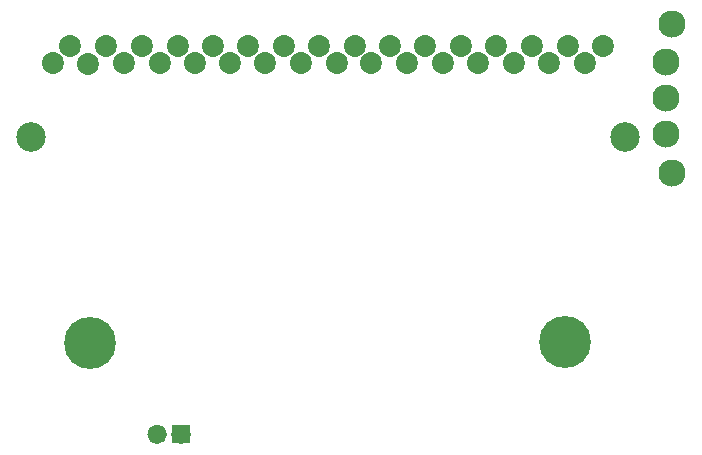
<source format=gbr>
%TF.GenerationSoftware,KiCad,Pcbnew,(6.0.2)*%
%TF.CreationDate,2022-08-06T21:19:04-05:00*%
%TF.ProjectId,CP RSF,43502052-5346-42e6-9b69-6361645f7063,rev?*%
%TF.SameCoordinates,Original*%
%TF.FileFunction,Soldermask,Bot*%
%TF.FilePolarity,Negative*%
%FSLAX46Y46*%
G04 Gerber Fmt 4.6, Leading zero omitted, Abs format (unit mm)*
G04 Created by KiCad (PCBNEW (6.0.2)) date 2022-08-06 21:19:04*
%MOMM*%
%LPD*%
G01*
G04 APERTURE LIST*
%ADD10C,0.835000*%
%ADD11C,2.300000*%
%ADD12C,4.400000*%
%ADD13C,2.500000*%
%ADD14R,1.600000X1.600000*%
%ADD15C,1.600000*%
%ADD16C,1.860000*%
G04 APERTURE END LIST*
D10*
X128909300Y-110212700D02*
G75*
G03*
X128909300Y-110212700I-417500J0D01*
G01*
X126885300Y-110212700D02*
G75*
G03*
X126885300Y-110212700I-417500J0D01*
G01*
D11*
%TO.C,S1*%
X169552000Y-84772000D03*
X169540000Y-81722000D03*
X169568000Y-78698000D03*
X170027000Y-88067000D03*
X170038000Y-75501000D03*
%TD*%
D12*
%TO.C,Hole3*%
X161043000Y-102433000D03*
%TD*%
D13*
%TO.C,Hole1*%
X115831000Y-85035000D03*
%TD*%
D14*
%TO.C,C8*%
X128473100Y-110218000D03*
D15*
X126473100Y-110218000D03*
%TD*%
D13*
%TO.C,Hole2*%
X166073000Y-85049000D03*
%TD*%
D16*
%TO.C,J2*%
X164245000Y-77303000D03*
X162698500Y-78811000D03*
X161230100Y-77302900D03*
X159682000Y-78809000D03*
X158212000Y-77303000D03*
X156666000Y-78811000D03*
X155197600Y-77302900D03*
X153648000Y-78810000D03*
X152222000Y-77304000D03*
X150673200Y-78811000D03*
X149165100Y-77302900D03*
X147613000Y-78811000D03*
X146148800Y-77302900D03*
X144599000Y-78811000D03*
X143213000Y-77302000D03*
X141662000Y-78812000D03*
X140192000Y-77303000D03*
X138647000Y-78810000D03*
X137178000Y-77304000D03*
X135630000Y-78812000D03*
X134162000Y-77302000D03*
X132617000Y-78810000D03*
X131184000Y-77301000D03*
X129640000Y-78811000D03*
X128249000Y-77306000D03*
X126698000Y-78809000D03*
X125153000Y-77304000D03*
X123646000Y-78811000D03*
X122139000Y-77304000D03*
X120632000Y-78819000D03*
X119117000Y-77304000D03*
X117613500Y-78811000D03*
%TD*%
D12*
%TO.C,Hole4*%
X120795000Y-102481000D03*
%TD*%
M02*

</source>
